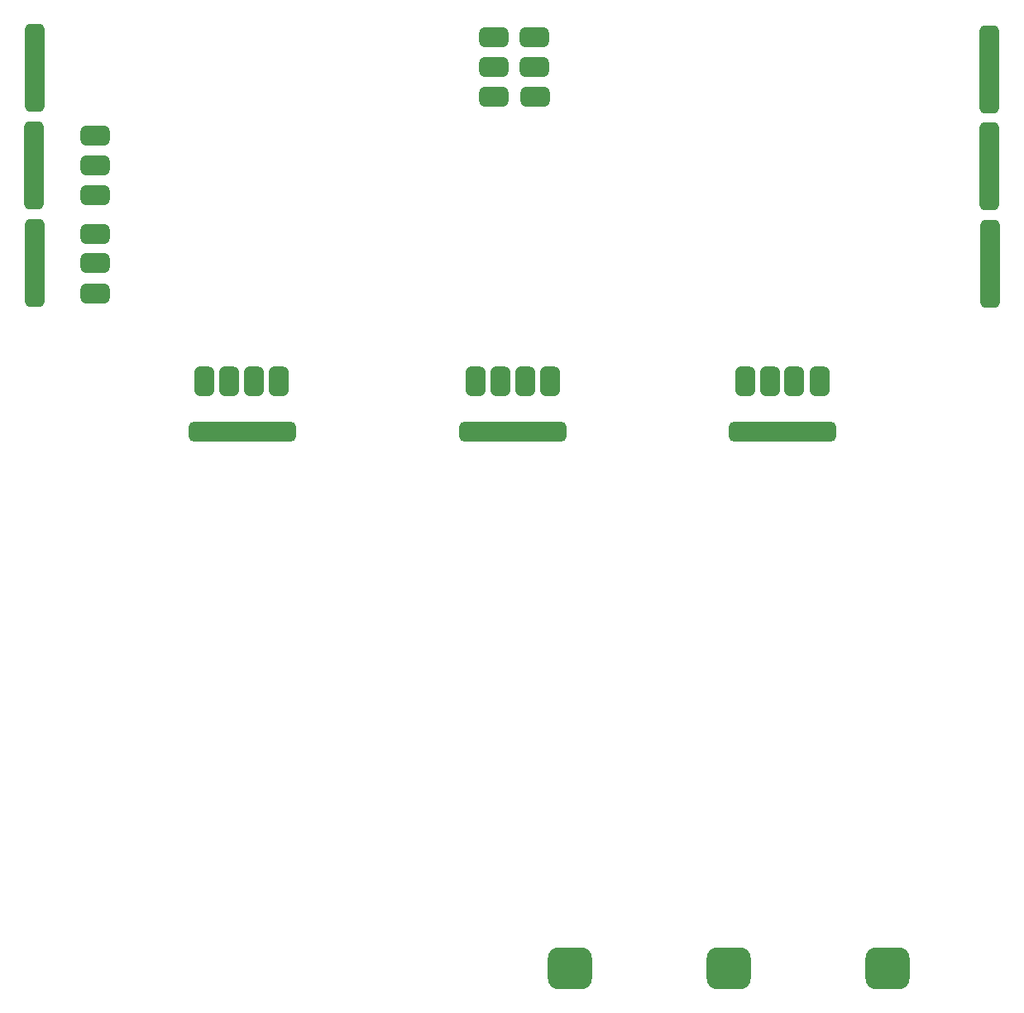
<source format=gtp>
G04 #@! TF.GenerationSoftware,KiCad,Pcbnew,8.0.6*
G04 #@! TF.CreationDate,2024-10-17T13:08:26+02:00*
G04 #@! TF.ProjectId,esp_music_vis,6573705f-6d75-4736-9963-5f7669732e6b,rev?*
G04 #@! TF.SameCoordinates,Original*
G04 #@! TF.FileFunction,Paste,Top*
G04 #@! TF.FilePolarity,Positive*
%FSLAX46Y46*%
G04 Gerber Fmt 4.6, Leading zero omitted, Abs format (unit mm)*
G04 Created by KiCad (PCBNEW 8.0.6) date 2024-10-17 13:08:26*
%MOMM*%
%LPD*%
G01*
G04 APERTURE LIST*
G04 Aperture macros list*
%AMRoundRect*
0 Rectangle with rounded corners*
0 $1 Rounding radius*
0 $2 $3 $4 $5 $6 $7 $8 $9 X,Y pos of 4 corners*
0 Add a 4 corners polygon primitive as box body*
4,1,4,$2,$3,$4,$5,$6,$7,$8,$9,$2,$3,0*
0 Add four circle primitives for the rounded corners*
1,1,$1+$1,$2,$3*
1,1,$1+$1,$4,$5*
1,1,$1+$1,$6,$7*
1,1,$1+$1,$8,$9*
0 Add four rect primitives between the rounded corners*
20,1,$1+$1,$2,$3,$4,$5,0*
20,1,$1+$1,$4,$5,$6,$7,0*
20,1,$1+$1,$6,$7,$8,$9,0*
20,1,$1+$1,$8,$9,$2,$3,0*%
G04 Aperture macros list end*
%ADD10RoundRect,1.062500X-1.187500X-1.062500X1.187500X-1.062500X1.187500X1.062500X-1.187500X1.062500X0*%
%ADD11RoundRect,0.500000X0.500000X-4.000000X0.500000X4.000000X-0.500000X4.000000X-0.500000X-4.000000X0*%
%ADD12RoundRect,0.500000X-1.000000X0.500000X-1.000000X-0.500000X1.000000X-0.500000X1.000000X0.500000X0*%
%ADD13RoundRect,0.500000X-0.500000X-1.000000X0.500000X-1.000000X0.500000X1.000000X-0.500000X1.000000X0*%
%ADD14RoundRect,0.500000X-5.000000X-0.500000X5.000000X-0.500000X5.000000X0.500000X-5.000000X0.500000X0*%
G04 APERTURE END LIST*
D10*
X122162500Y-147200000D03*
D11*
X51100000Y-75000000D03*
D12*
X98100000Y-51900000D03*
D10*
X105875000Y-147200000D03*
D12*
X98125000Y-58000000D03*
X57275000Y-65000000D03*
D13*
X131450000Y-87100000D03*
X96250000Y-87125000D03*
D12*
X102300000Y-54900000D03*
X102300000Y-51900000D03*
D11*
X148875000Y-65100000D03*
X51100000Y-55000000D03*
D12*
X57300000Y-75000000D03*
X102325000Y-58000000D03*
D14*
X100100000Y-92250000D03*
D13*
X73550000Y-87100000D03*
D12*
X57275000Y-62000000D03*
D14*
X72350000Y-92250000D03*
D12*
X57300000Y-68100000D03*
D13*
X103850000Y-87100000D03*
D11*
X51075000Y-65000000D03*
D12*
X57325000Y-78100000D03*
D11*
X148875000Y-55200000D03*
D13*
X128900000Y-87100000D03*
X76100000Y-87100000D03*
D10*
X138450000Y-147200000D03*
D13*
X123850000Y-87125000D03*
X98800000Y-87125000D03*
X126400000Y-87125000D03*
X68500000Y-87125000D03*
D11*
X148900000Y-75100000D03*
D12*
X98100000Y-54900000D03*
D13*
X101300000Y-87100000D03*
D12*
X57300000Y-72000000D03*
D14*
X127700000Y-92250000D03*
D13*
X71050000Y-87125000D03*
M02*

</source>
